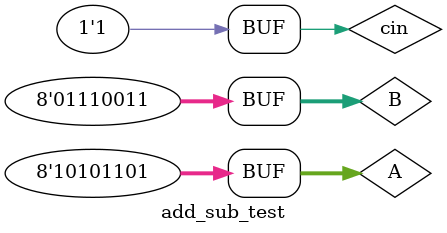
<source format=v>
`timescale 1ns / 1ps


module add_sub_test();
    reg[7:0] A, B;
    wire[7:0] result;
    wire overflow;
    wire carry;
    reg cin;
    
    add_sub_8bits operate(A,B,cin,result,carry,overflow);
    
    initial begin
        A = 8'd100; B = 8'd50; cin = 1'b1; #250;
        A = 8'd50; B = 8'd100; cin = 1'b1; #250;
        A = 8'd127; B = 8'd50; cin = 1'b0; #250;
        A = 8'b10101101; B = 8'b01110011; cin = 1'b1; #250;
         
    end
endmodule

</source>
